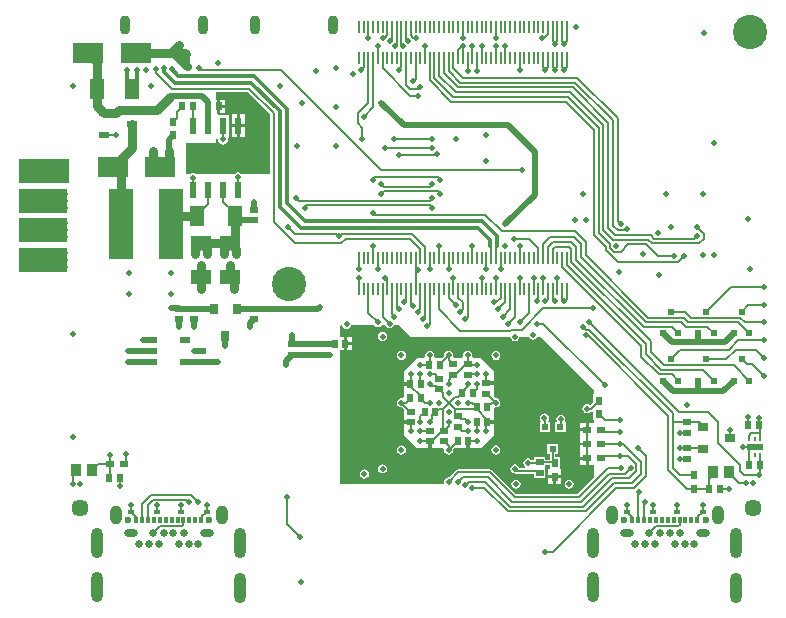
<source format=gbl>
G04*
G04 #@! TF.GenerationSoftware,Altium Limited,Altium Designer,19.0.15 (446)*
G04*
G04 Layer_Physical_Order=4*
G04 Layer_Color=16711680*
%FSAX42Y42*%
%MOMM*%
G71*
G01*
G75*
%ADD15C,0.20*%
%ADD19R,0.60X0.75*%
%ADD20R,0.75X0.60*%
%ADD21R,0.60X0.64*%
%ADD23R,0.90X1.00*%
%ADD26R,0.64X0.60*%
%ADD48R,0.65X0.95*%
%ADD108C,0.51*%
%ADD109C,0.64*%
%ADD110C,0.15*%
%ADD111C,0.38*%
%ADD113C,1.45*%
%ADD114C,0.65*%
%ADD115O,1.15X0.65*%
%ADD116C,0.60*%
%ADD117O,1.00X1.60*%
%ADD118O,1.00X2.56*%
%ADD119O,0.90X1.60*%
%ADD120C,2.90*%
%ADD121C,0.46*%
%ADD122R,0.95X0.60*%
%ADD123R,1.15X1.70*%
%ADD124R,1.80X1.30*%
%ADD125R,2.00X6.00*%
%ADD126R,0.60X1.45*%
%ADD127R,2.50X1.70*%
%ADD128R,1.30X1.80*%
%ADD129R,0.90X0.60*%
%ADD130R,0.60X0.55*%
%ADD131R,0.95X0.65*%
%ADD132R,0.50X0.30*%
%ADD133R,0.35X0.60*%
%ADD134R,0.25X0.40*%
%ADD135R,1.40X0.50*%
%ADD136R,0.20X1.14*%
%ADD137C,0.76*%
%ADD138R,4.10X2.00*%
%ADD139R,4.20X2.00*%
G36*
X001759Y-000883D02*
Y-001380D01*
X001515D01*
X001504Y-001372D01*
X001487Y-001369D01*
X001470Y-001372D01*
X001459Y-001380D01*
X001130Y-001380D01*
X001123Y-001375D01*
X001106Y-001372D01*
X001089Y-001375D01*
X001082Y-001380D01*
X001050D01*
Y-001120D01*
X001300D01*
Y-001086D01*
X001310Y-001077D01*
X001317Y-001087D01*
X001316Y-001090D01*
X001319Y-001107D01*
X001329Y-001121D01*
X001343Y-001131D01*
X001360Y-001134D01*
X001377Y-001131D01*
X001391Y-001121D01*
X001401Y-001107D01*
X001404Y-001090D01*
X001402Y-001081D01*
X001410Y-001068D01*
X001410D01*
Y-000882D01*
X001320D01*
X001311Y-000871D01*
X001310Y-000869D01*
X001311Y-000867D01*
X001311D01*
Y-000810D01*
Y-000753D01*
X001300D01*
Y-000691D01*
X001567D01*
X001759Y-000883D01*
D02*
G37*
G36*
X002638Y-002660D02*
X002643Y-002667D01*
X002655Y-002676D01*
X002670Y-002679D01*
X002685Y-002676D01*
X002697Y-002667D01*
X002702Y-002660D01*
X002733Y-002660D01*
X002734Y-002665D01*
X002743Y-002677D01*
X002755Y-002686D01*
X002770Y-002689D01*
X002785Y-002686D01*
X002797Y-002677D01*
X002806Y-002665D01*
X002807Y-002660D01*
X002850Y-002660D01*
X002950Y-002760D01*
X002991Y-002760D01*
X002998Y-002767D01*
X003000Y-002779D01*
Y-002790D01*
X003000Y-002940D01*
X002991Y-002949D01*
X002890Y-003050D01*
Y-003273D01*
X002877Y-003283D01*
X002870Y-003281D01*
X002855Y-003284D01*
X002843Y-003293D01*
X002834Y-003305D01*
X002831Y-003320D01*
X002834Y-003335D01*
X002843Y-003347D01*
X002855Y-003356D01*
X002870Y-003359D01*
X002872Y-003358D01*
X002890Y-003377D01*
Y-003590D01*
X003000Y-003700D01*
X003223D01*
X003233Y-003713D01*
X003231Y-003720D01*
X003234Y-003735D01*
X003243Y-003747D01*
X003255Y-003756D01*
X003270Y-003759D01*
X003285Y-003756D01*
X003297Y-003747D01*
X003306Y-003735D01*
X003309Y-003720D01*
X003308Y-003715D01*
X003323Y-003700D01*
X003540D01*
X003650Y-003590D01*
Y-003367D01*
X003663Y-003357D01*
X003670Y-003359D01*
X003685Y-003356D01*
X003697Y-003347D01*
X003706Y-003335D01*
X003709Y-003320D01*
X003706Y-003305D01*
X003697Y-003293D01*
X003685Y-003284D01*
X003670Y-003281D01*
X003668Y-003282D01*
X003650Y-003263D01*
Y-003050D01*
X003540Y-002940D01*
X003477D01*
X003467Y-002927D01*
X003469Y-002920D01*
X003466Y-002905D01*
X003457Y-002893D01*
X003445Y-002884D01*
X003430Y-002881D01*
X003415Y-002884D01*
X003403Y-002893D01*
X003394Y-002905D01*
X003391Y-002920D01*
X003393Y-002927D01*
X003383Y-002940D01*
X003317D01*
X003307Y-002927D01*
X003309Y-002920D01*
X003306Y-002905D01*
X003297Y-002893D01*
X003285Y-002884D01*
X003270Y-002881D01*
X003255Y-002884D01*
X003243Y-002893D01*
X003234Y-002905D01*
X003231Y-002920D01*
X003232Y-002922D01*
X003213Y-002940D01*
X003157D01*
X003147Y-002927D01*
X003149Y-002920D01*
X003146Y-002905D01*
X003137Y-002893D01*
X003125Y-002884D01*
X003110Y-002881D01*
X003095Y-002884D01*
X003083Y-002893D01*
X003074Y-002905D01*
X003071Y-002920D01*
X003073Y-002927D01*
X003063Y-002940D01*
X003000D01*
X003000Y-002779D01*
Y-002760D01*
X003791Y-002760D01*
X003794Y-002775D01*
X003803Y-002787D01*
X003815Y-002796D01*
X003830Y-002799D01*
X003845Y-002796D01*
X003857Y-002787D01*
X003866Y-002775D01*
X003869Y-002760D01*
X003950D01*
X003950Y-002761D01*
X003959Y-002773D01*
X003971Y-002782D01*
X003986Y-002785D01*
X004001Y-002782D01*
X004013Y-002773D01*
X004022Y-002761D01*
X004022Y-002760D01*
X004050D01*
X004500Y-003210D01*
Y-003250D01*
X004495D01*
Y-003311D01*
X004465Y-003341D01*
X004455Y-003334D01*
X004440Y-003331D01*
X004425Y-003334D01*
X004413Y-003343D01*
X004404Y-003355D01*
X004401Y-003370D01*
X004404Y-003385D01*
X004413Y-003397D01*
X004425Y-003406D01*
X004440Y-003409D01*
X004455Y-003406D01*
X004467Y-003397D01*
X004469Y-003396D01*
X004472D01*
X004482Y-003394D01*
X004482Y-003394D01*
X004495Y-003401D01*
Y-003470D01*
X004500D01*
Y-003495D01*
X004455D01*
Y-003550D01*
X004442D01*
Y-003563D01*
X004380D01*
Y-003605D01*
X004380D01*
Y-003614D01*
X004380D01*
Y-003657D01*
X004442D01*
Y-003682D01*
X004380D01*
Y-003725D01*
X004380D01*
Y-003735D01*
X004380D01*
Y-003777D01*
X004442D01*
Y-003790D01*
X004455D01*
Y-003845D01*
X004500D01*
Y-003953D01*
X004359Y-004094D01*
X003841D01*
X003638Y-003892D01*
X003630Y-003886D01*
X003620Y-003884D01*
X003350D01*
X003340Y-003886D01*
X003332Y-003892D01*
X003272Y-003952D01*
X003270Y-003951D01*
X003255Y-003954D01*
X003243Y-003963D01*
X003234Y-003975D01*
X003231Y-003990D01*
X003233Y-003997D01*
X003223Y-004010D01*
X002350D01*
X002350Y-002877D01*
X002381D01*
Y-002820D01*
X002394D01*
D01*
X002381D01*
Y-002763D01*
X002350D01*
X002350Y-002674D01*
X002361Y-002664D01*
X002369Y-002666D01*
X002370Y-002671D01*
X002379Y-002683D01*
X002391Y-002692D01*
X002406Y-002695D01*
X002421Y-002692D01*
X002433Y-002683D01*
X002442Y-002671D01*
X002444Y-002660D01*
X002638Y-002660D01*
D02*
G37*
%LPC*%
G36*
X001379Y-000753D02*
X001337D01*
Y-000797D01*
X001379D01*
Y-000753D01*
D02*
G37*
G36*
Y-000823D02*
X001337D01*
Y-000867D01*
X001379D01*
Y-000823D01*
D02*
G37*
G36*
X001542Y-000877D02*
X001500D01*
Y-000962D01*
X001542D01*
Y-000877D01*
D02*
G37*
G36*
X001474D02*
X001432D01*
Y-000962D01*
X001474D01*
Y-000877D01*
D02*
G37*
G36*
X001542Y-000988D02*
X001500D01*
Y-001073D01*
X001542D01*
Y-000988D01*
D02*
G37*
G36*
X001474D02*
X001432D01*
Y-001073D01*
X001474D01*
Y-000988D01*
D02*
G37*
G36*
X002710Y-002721D02*
X002695Y-002724D01*
X002683Y-002733D01*
X002674Y-002745D01*
X002671Y-002760D01*
X002674Y-002775D01*
X002683Y-002787D01*
X002695Y-002796D01*
X002710Y-002799D01*
X002725Y-002796D01*
X002737Y-002787D01*
X002746Y-002775D01*
X002749Y-002760D01*
X002746Y-002745D01*
X002737Y-002733D01*
X002725Y-002724D01*
X002710Y-002721D01*
D02*
G37*
G36*
X002449Y-002763D02*
X002407D01*
Y-002807D01*
X002449D01*
Y-002763D01*
D02*
G37*
G36*
Y-002833D02*
X002407D01*
Y-002877D01*
X002449D01*
Y-002833D01*
D02*
G37*
G36*
X003670Y-002881D02*
X003655Y-002884D01*
X003643Y-002893D01*
X003634Y-002905D01*
X003631Y-002920D01*
X003634Y-002935D01*
X003643Y-002947D01*
X003655Y-002956D01*
X003670Y-002959D01*
X003685Y-002956D01*
X003697Y-002947D01*
X003706Y-002935D01*
X003709Y-002920D01*
X003706Y-002905D01*
X003697Y-002893D01*
X003685Y-002884D01*
X003670Y-002881D01*
D02*
G37*
G36*
X002870D02*
X002855Y-002884D01*
X002843Y-002893D01*
X002834Y-002905D01*
X002831Y-002920D01*
X002834Y-002935D01*
X002843Y-002947D01*
X002855Y-002956D01*
X002870Y-002959D01*
X002885Y-002956D01*
X002897Y-002947D01*
X002906Y-002935D01*
X002909Y-002920D01*
X002906Y-002905D01*
X002897Y-002893D01*
X002885Y-002884D01*
X002870Y-002881D01*
D02*
G37*
G36*
X004430Y-003495D02*
X004380D01*
Y-003537D01*
X004430D01*
Y-003495D01*
D02*
G37*
G36*
X004220Y-003421D02*
X004205Y-003424D01*
X004193Y-003433D01*
X004184Y-003445D01*
X004181Y-003460D01*
X004184Y-003472D01*
X004177Y-003485D01*
X004170D01*
Y-003570D01*
X004260D01*
Y-003485D01*
X004260Y-003485D01*
X004256Y-003472D01*
X004259Y-003460D01*
X004256Y-003445D01*
X004247Y-003433D01*
X004235Y-003424D01*
X004220Y-003421D01*
D02*
G37*
G36*
X004080Y-003411D02*
X004065Y-003414D01*
X004053Y-003423D01*
X004044Y-003435D01*
X004041Y-003450D01*
X004044Y-003465D01*
X004049Y-003472D01*
X004042Y-003485D01*
X004040D01*
Y-003570D01*
X004130D01*
Y-003485D01*
X004113D01*
X004111Y-003472D01*
X004116Y-003465D01*
X004119Y-003450D01*
X004116Y-003435D01*
X004107Y-003423D01*
X004095Y-003414D01*
X004080Y-003411D01*
D02*
G37*
G36*
X003670Y-003681D02*
X003655Y-003684D01*
X003643Y-003693D01*
X003634Y-003705D01*
X003631Y-003720D01*
X003634Y-003735D01*
X003643Y-003747D01*
X003655Y-003756D01*
X003670Y-003759D01*
X003685Y-003756D01*
X003697Y-003747D01*
X003706Y-003735D01*
X003709Y-003720D01*
X003706Y-003705D01*
X003697Y-003693D01*
X003685Y-003684D01*
X003670Y-003681D01*
D02*
G37*
G36*
X002870D02*
X002855Y-003684D01*
X002843Y-003693D01*
X002834Y-003705D01*
X002831Y-003720D01*
X002834Y-003735D01*
X002843Y-003747D01*
X002855Y-003756D01*
X002870Y-003759D01*
X002885Y-003756D01*
X002897Y-003747D01*
X002906Y-003735D01*
X002909Y-003720D01*
X002906Y-003705D01*
X002897Y-003693D01*
X002885Y-003684D01*
X002870Y-003681D01*
D02*
G37*
G36*
X004195Y-003670D02*
X004105D01*
Y-003755D01*
X004127D01*
Y-003780D01*
X004125D01*
Y-003803D01*
X004087D01*
Y-003781D01*
X003993D01*
Y-003807D01*
X003970D01*
X003967Y-003803D01*
X003955Y-003794D01*
X003940Y-003791D01*
X003925Y-003794D01*
X003913Y-003803D01*
X003904Y-003815D01*
X003901Y-003830D01*
X003904Y-003845D01*
X003913Y-003857D01*
X003918Y-003861D01*
X003915Y-003874D01*
X003868D01*
X003866Y-003865D01*
X003857Y-003853D01*
X003845Y-003844D01*
X003830Y-003841D01*
X003815Y-003844D01*
X003803Y-003853D01*
X003794Y-003865D01*
X003791Y-003880D01*
X003794Y-003895D01*
X003803Y-003907D01*
X003815Y-003916D01*
X003830Y-003919D01*
X003832Y-003918D01*
X003840Y-003924D01*
X003850Y-003926D01*
X003993D01*
Y-003959D01*
X004087D01*
Y-003849D01*
X004125D01*
Y-003885D01*
X004115D01*
Y-003935D01*
X004170D01*
X004225D01*
Y-003885D01*
X004215D01*
Y-003780D01*
X004173D01*
Y-003755D01*
X004195D01*
Y-003670D01*
D02*
G37*
G36*
X004430Y-003803D02*
X004380D01*
Y-003845D01*
X004430D01*
Y-003803D01*
D02*
G37*
G36*
X002710Y-003841D02*
X002695Y-003844D01*
X002683Y-003853D01*
X002674Y-003865D01*
X002671Y-003880D01*
X002674Y-003895D01*
X002683Y-003907D01*
X002695Y-003916D01*
X002710Y-003919D01*
X002725Y-003916D01*
X002737Y-003907D01*
X002746Y-003895D01*
X002749Y-003880D01*
X002746Y-003865D01*
X002737Y-003853D01*
X002725Y-003844D01*
X002710Y-003841D01*
D02*
G37*
G36*
X002556Y-003885D02*
X002541Y-003888D01*
X002529Y-003897D01*
X002520Y-003909D01*
X002517Y-003924D01*
X002520Y-003939D01*
X002529Y-003951D01*
X002541Y-003960D01*
X002556Y-003963D01*
X002571Y-003960D01*
X002583Y-003951D01*
X002592Y-003939D01*
X002595Y-003924D01*
X002592Y-003909D01*
X002583Y-003897D01*
X002571Y-003888D01*
X002556Y-003885D01*
D02*
G37*
G36*
X004225Y-003960D02*
X004183D01*
Y-004010D01*
X004225D01*
Y-003960D01*
D02*
G37*
G36*
X004157D02*
X004115D01*
Y-004010D01*
X004157D01*
Y-003960D01*
D02*
G37*
G36*
X004290Y-003971D02*
X004275Y-003974D01*
X004263Y-003983D01*
X004254Y-003995D01*
X004251Y-004010D01*
X004254Y-004025D01*
X004263Y-004037D01*
X004275Y-004046D01*
X004290Y-004049D01*
X004305Y-004046D01*
X004317Y-004037D01*
X004326Y-004025D01*
X004329Y-004010D01*
X004326Y-003995D01*
X004317Y-003983D01*
X004305Y-003974D01*
X004290Y-003971D01*
D02*
G37*
G36*
X003840D02*
X003825Y-003974D01*
X003813Y-003983D01*
X003804Y-003995D01*
X003801Y-004010D01*
X003804Y-004025D01*
X003813Y-004037D01*
X003825Y-004046D01*
X003840Y-004049D01*
X003855Y-004046D01*
X003867Y-004037D01*
X003876Y-004025D01*
X003879Y-004010D01*
X003876Y-003995D01*
X003867Y-003983D01*
X003855Y-003974D01*
X003840Y-003971D01*
D02*
G37*
%LPD*%
D15*
X002990Y-002200D02*
Y-002180D01*
Y-002220D02*
Y-002200D01*
X004430Y-002750D02*
X004450D01*
X004460Y-002640D02*
X005220Y-003400D01*
X004410Y-002680D02*
X004430Y-002700D01*
X004460D02*
X005170Y-003410D01*
X004430Y-002700D02*
X004460D01*
X004450Y-002750D02*
X005130Y-003430D01*
X005220Y-003400D02*
X005470D01*
X002700Y-001350D02*
X003890D01*
X003190Y-002096D02*
Y-001990D01*
X003270Y-002190D02*
Y-002096D01*
X003110Y-002096D02*
X003110Y-002096D01*
X003110Y-002190D02*
Y-002096D01*
X002990Y-002360D02*
Y-002220D01*
X003010Y-002200D01*
X002990Y-002180D02*
Y-002096D01*
Y-002180D02*
X003010Y-002200D01*
X002990D02*
X003010D01*
X002730Y-002260D02*
X002750Y-002280D01*
Y-002360D02*
Y-002280D01*
X002870Y-000480D02*
Y-000400D01*
X002850Y-000500D02*
X002870Y-000480D01*
X002670Y-000400D02*
Y-000300D01*
X003070D02*
X003070Y-000300D01*
Y-000400D02*
Y-000300D01*
X003380Y-000300D02*
X003390D01*
X003350Y-000330D02*
X003380Y-000300D01*
X003350Y-000400D02*
Y-000330D01*
X003390Y-000400D02*
Y-000300D01*
X003470D02*
X003470Y-000300D01*
Y-000400D02*
Y-000300D01*
X003550Y-000400D02*
Y-000300D01*
X003750Y-000400D02*
Y-000300D01*
X003670Y-000400D02*
Y-000300D01*
X004250Y-000500D02*
X004270Y-000480D01*
Y-000400D01*
X004230Y-000480D02*
X004250Y-000500D01*
X004230Y-000480D02*
Y-000400D01*
X004170Y-000500D02*
X004190Y-000480D01*
Y-000400D01*
X004150Y-000480D02*
X004170Y-000500D01*
X004150Y-000480D02*
Y-000400D01*
X004250Y-000280D02*
X004270Y-000260D01*
Y-000136D01*
X004230Y-000260D02*
X004250Y-000280D01*
X004230Y-000260D02*
Y-000136D01*
X004170Y-000280D02*
X004190Y-000260D01*
Y-000136D01*
X004150Y-000260D02*
X004170Y-000280D01*
X004150Y-000260D02*
Y-000136D01*
X004060Y-000230D02*
X004080D01*
X004110Y-000200D01*
Y-000136D01*
X003670Y-000230D02*
Y-000136D01*
X003390Y-000230D02*
Y-000136D01*
X002590Y-000230D02*
X002590Y-000230D01*
Y-000136D01*
X002820Y-000300D02*
X002830Y-000290D01*
Y-000136D01*
X002870Y-000290D02*
X002880Y-000300D01*
X002870Y-000290D02*
Y-000136D01*
X002770Y-000260D02*
X002790Y-000240D01*
Y-000136D01*
X002910Y-000240D02*
X002930Y-000260D01*
X002910Y-000240D02*
Y-000136D01*
X002710Y-000230D02*
X002730D01*
X002970D02*
X002990D01*
X002730D02*
X002750Y-000210D01*
Y-000136D01*
X002950Y-000210D02*
X002970Y-000230D01*
X002950Y-000210D02*
Y-000136D01*
X003470Y-001990D02*
X003470Y-001990D01*
Y-002096D02*
Y-001990D01*
X004190Y-002360D02*
Y-002260D01*
X004070Y-002360D02*
Y-002260D01*
X003990D02*
X003990Y-002260D01*
Y-002360D02*
Y-002260D01*
X003870Y-002260D02*
X003870Y-002260D01*
Y-002360D02*
Y-002260D01*
X003670Y-002360D02*
Y-002260D01*
X003710Y-002190D02*
Y-002096D01*
X003590Y-002190D02*
X003590Y-002190D01*
Y-002096D01*
X003550Y-002360D02*
Y-002260D01*
X003310Y-002360D02*
Y-002260D01*
X002510Y-002360D02*
Y-002260D01*
X002670Y-002190D02*
Y-002096D01*
X002510Y-002190D02*
Y-002096D01*
X003950Y-002560D02*
Y-002360D01*
X003870Y-002640D02*
X003950Y-002560D01*
X003830Y-002590D02*
Y-002360D01*
X003770Y-002650D02*
X003830Y-002590D01*
X003790Y-002530D02*
Y-002360D01*
X003730Y-002590D02*
X003790Y-002530D01*
X003750Y-002470D02*
Y-002360D01*
X003690Y-002530D02*
X003750Y-002470D01*
X003710Y-002430D02*
Y-002360D01*
X003670Y-002470D02*
X003710Y-002430D01*
X003650Y-002470D02*
X003670D01*
X003430Y-002590D02*
Y-002360D01*
X003410Y-002610D02*
X003430Y-002590D01*
X003350Y-002430D02*
Y-002360D01*
Y-002430D02*
X003390Y-002470D01*
Y-002530D02*
Y-002470D01*
X003370Y-002550D02*
X003390Y-002530D01*
X003270Y-002430D02*
Y-002360D01*
Y-002430D02*
X003330Y-002490D01*
X002590Y-002560D02*
Y-002360D01*
Y-002560D02*
X002670Y-002640D01*
X002950Y-002480D02*
Y-002360D01*
X003030Y-002530D02*
Y-002360D01*
X002710Y-002590D02*
Y-002360D01*
X002830Y-002510D02*
Y-002360D01*
X003070Y-002590D02*
Y-002360D01*
X002790Y-002570D02*
Y-002360D01*
X002910Y-002450D02*
Y-002360D01*
X003110Y-002650D02*
Y-002360D01*
X002950Y-002480D02*
X002970Y-002500D01*
X002890Y-002470D02*
X002910Y-002450D01*
X002830Y-002510D02*
X002850Y-002530D01*
X002790Y-002570D02*
X002810Y-002590D01*
X002710D02*
X002770Y-002650D01*
X003010Y-002550D02*
X003030Y-002530D01*
X003050Y-002610D02*
X003070Y-002590D01*
X003090Y-002670D02*
X003110Y-002650D01*
X005130Y-003890D02*
X005288Y-004047D01*
X005350D01*
X005170Y-003870D02*
X005233Y-003933D01*
X005350D01*
X005425Y-003525D02*
X005445D01*
X005350Y-003933D02*
Y-003930D01*
Y-004047D02*
X005353Y-004050D01*
X005476D01*
X005650Y-003615D02*
Y-003550D01*
Y-003615D02*
X005655Y-003620D01*
X005386Y-003486D02*
X005425Y-003525D01*
X005290Y-003486D02*
X005386D01*
X005226Y-003706D02*
X005290D01*
X005226Y-003574D02*
X005290D01*
X005226Y-003794D02*
X005290D01*
X005416Y-003706D02*
X005425Y-003715D01*
X005290Y-003706D02*
X005416D01*
X005564Y-004050D02*
X005640D01*
X005806Y-003510D02*
Y-003444D01*
Y-003510D02*
X005810Y-003506D01*
X005894Y-003510D02*
Y-003446D01*
X005900Y-003930D02*
X005904Y-003926D01*
Y-003850D01*
X005765Y-003695D02*
X005860D01*
X005832Y-003578D02*
X005910D01*
X005810Y-003600D02*
X005832Y-003578D01*
X005810Y-003630D02*
Y-003600D01*
X005910Y-003578D02*
Y-003526D01*
Y-003630D02*
Y-003578D01*
X005894Y-003510D02*
X005910Y-003526D01*
X005810Y-003760D02*
Y-003700D01*
Y-003844D02*
Y-003760D01*
Y-003844D02*
X005816Y-003850D01*
X005904D02*
X005910Y-003844D01*
Y-003760D01*
X000400Y-003838D02*
X000403Y-003840D01*
X000400Y-003838D02*
Y-003760D01*
X000484Y-004024D02*
Y-003960D01*
X000396D02*
X000403Y-003953D01*
Y-003840D01*
X000297D02*
X000403D01*
X000247Y-003890D02*
X000297Y-003840D01*
X000090Y-003912D02*
X000112Y-003890D01*
X000090Y-004010D02*
Y-003912D01*
X004220Y-003522D02*
Y-003460D01*
X004215Y-003528D02*
X004220Y-003522D01*
X004080Y-003450D02*
X004085Y-003455D01*
Y-003528D02*
Y-003455D01*
X003590Y-003560D02*
Y-003484D01*
X003594Y-003480D01*
X003506Y-003376D02*
X003594Y-003464D01*
X003506Y-003376D02*
X003506Y-003376D01*
X003506Y-003360D02*
X003506Y-003360D01*
X003496Y-003370D02*
X003506Y-003360D01*
X003506Y-003376D02*
Y-003360D01*
Y-003376D02*
Y-003376D01*
X003506Y-003360D02*
Y-003360D01*
Y-003376D02*
Y-003360D01*
X003594Y-003480D02*
Y-003464D01*
X004870Y-003700D02*
X004940Y-003770D01*
Y-003940D02*
Y-003770D01*
X004840Y-004040D02*
X004940Y-003940D01*
X004690Y-004040D02*
X004840D01*
X004150Y-004580D02*
X004690Y-004040D01*
X004090Y-004580D02*
X004150D01*
X004430Y-004240D02*
X004670Y-004000D01*
X003770Y-004240D02*
X004430D01*
X003570Y-004040D02*
X003770Y-004240D01*
X004410Y-004200D02*
X004650Y-003960D01*
X003790Y-004200D02*
X004410D01*
X003580Y-003990D02*
X003790Y-004200D01*
X004390Y-004160D02*
X004630Y-003920D01*
X003810Y-004160D02*
X004390D01*
X003600Y-003950D02*
X003810Y-004160D01*
X004370Y-004120D02*
X004620Y-003870D01*
X003830Y-004120D02*
X004370D01*
X003620Y-003910D02*
X003830Y-004120D01*
X004670Y-004000D02*
X004820D01*
X004650Y-003960D02*
X004800D01*
X004630Y-003920D02*
X004760D01*
X004720Y-003670D02*
X004750D01*
X004900Y-003820D01*
Y-003920D02*
Y-003820D01*
X004820Y-004000D02*
X004900Y-003920D01*
X004720Y-003770D02*
X004790D01*
X004860Y-003840D01*
Y-003900D02*
Y-003840D01*
X004800Y-003960D02*
X004860Y-003900D01*
X004760Y-003920D02*
X004810Y-003870D01*
X004620D02*
X004730D01*
X004558Y-003790D02*
X004578Y-003770D01*
X004720D01*
X004558Y-003670D02*
X004558Y-003670D01*
X004720D01*
X004558Y-003550D02*
X004578Y-003570D01*
X004720D01*
X004540Y-003417D02*
X004592Y-003470D01*
X004720D01*
X004440Y-003370D02*
X004472D01*
X004540Y-003303D01*
X004442Y-003790D02*
Y-003670D01*
Y-003550D01*
X003830Y-003880D02*
X003850Y-003900D01*
X004026D01*
X004040Y-003914D01*
X003434Y-003000D02*
X003510D01*
X003430Y-002996D02*
X003434Y-003000D01*
X003030D02*
X003106D01*
X002950Y-003156D02*
Y-003080D01*
X002946Y-003160D02*
X002950Y-003156D01*
X003590Y-003156D02*
Y-003080D01*
X003434Y-003640D02*
X003510D01*
X003030D02*
X003106D01*
X003110Y-003644D01*
X002950Y-003560D02*
Y-003484D01*
X003074Y-003320D02*
X003110D01*
X003034Y-003280D02*
X003074Y-003320D01*
X003270Y-003124D02*
X003310Y-003084D01*
X003270Y-003160D02*
Y-003124D01*
X003430Y-003320D02*
X003466D01*
X003506Y-003360D01*
X003270Y-003516D02*
Y-003480D01*
X003230Y-003556D02*
X003270Y-003516D01*
X003110Y-003480D02*
X003130Y-003460D01*
Y-003424D01*
X003154Y-003400D01*
X003410Y-003460D02*
X003430Y-003480D01*
X003374Y-003460D02*
X003410D01*
X003350Y-003436D02*
X003374Y-003460D01*
X003110Y-003160D02*
X003130Y-003180D01*
X003166D01*
X003430Y-003180D02*
Y-003160D01*
X003410Y-003200D02*
X003430Y-003180D01*
X003410Y-003216D02*
Y-003200D01*
X003386Y-003240D02*
X003410Y-003216D01*
X003030Y-003156D02*
Y-003080D01*
Y-003156D02*
X003034Y-003160D01*
X003434Y-003080D02*
X003510D01*
X003430Y-003084D02*
X003434Y-003080D01*
X003510Y-003560D02*
Y-003484D01*
X003506Y-003480D02*
X003510Y-003484D01*
X003030Y-003560D02*
X003106D01*
X003110Y-003556D01*
X003030Y-003436D02*
X003066Y-003400D01*
X003030Y-003480D02*
Y-003436D01*
X003154Y-003080D02*
X003190Y-003116D01*
X003110Y-003080D02*
X003154D01*
X003474Y-003240D02*
X003510Y-003204D01*
Y-003160D01*
X003350Y-003524D02*
X003386Y-003560D01*
X003430D01*
X003270Y-003720D02*
Y-003716D01*
X003346Y-003640D01*
X003230Y-003644D02*
X003270Y-003684D01*
Y-003716D02*
Y-003684D01*
X003590Y-003244D02*
X003594D01*
X003670Y-003320D01*
X003594Y-003360D02*
X003634Y-003320D01*
X003670D01*
X003194Y-003000D02*
Y-002996D01*
X003270Y-002920D01*
Y-002956D02*
X003310Y-002996D01*
X003270Y-002956D02*
Y-002920D01*
X002946Y-003396D02*
X002950D01*
X002870Y-003320D02*
X002946Y-003396D01*
X002906Y-003320D02*
X002946Y-003280D01*
X002870Y-003320D02*
X002906D01*
X003350Y-003436D02*
Y-003430D01*
X003220Y-003270D02*
Y-003234D01*
Y-003270D02*
X003270Y-003320D01*
X003380Y-003240D02*
X003386D01*
X003350Y-003270D02*
X003380Y-003240D01*
X003320Y-003270D02*
X003350D01*
X003270Y-003320D02*
X003320Y-003270D01*
X003320Y-003406D02*
X003350Y-003436D01*
X003320Y-003406D02*
Y-003370D01*
X003270Y-003320D02*
X003320Y-003370D01*
X003154Y-003400D02*
X003160D01*
X003190Y-003370D01*
X003220D01*
X003270Y-003320D01*
X003320Y-003370D02*
X003496D01*
X003220Y-003546D02*
Y-003370D01*
Y-003546D02*
X003230Y-003556D01*
X003214D02*
X003230D01*
X003126Y-003644D02*
X003214Y-003556D01*
X003110Y-003644D02*
X003126D01*
X003326Y-003084D02*
X003414Y-002996D01*
X003310Y-003084D02*
X003326D01*
X002946Y-003176D02*
Y-003160D01*
Y-003176D02*
X003034Y-003264D01*
Y-003280D02*
Y-003264D01*
X004780Y-004241D02*
Y-004190D01*
X005000Y-004241D02*
Y-004190D01*
X005200Y-004241D02*
Y-004190D01*
X005420Y-004241D02*
Y-004190D01*
X005375Y-004310D02*
Y-004286D01*
X005420Y-004241D01*
X004825Y-004310D02*
Y-004286D01*
X004780Y-004241D02*
X004825Y-004286D01*
X004925Y-004165D02*
X004930Y-004160D01*
X004925Y-004310D02*
Y-004165D01*
X004875Y-004085D02*
X004880Y-004080D01*
X004875Y-004310D02*
Y-004085D01*
X005225Y-004355D02*
Y-004310D01*
X005215Y-004365D02*
X005225Y-004355D01*
X005029Y-004365D02*
X005215D01*
X004970Y-004424D02*
X005029Y-004365D01*
X000580Y-004241D02*
Y-004190D01*
X000800Y-004241D02*
Y-004190D01*
X001000Y-004241D02*
Y-004190D01*
X001220Y-004241D02*
Y-004190D01*
X000625Y-004310D02*
Y-004286D01*
X000580Y-004241D02*
X000625Y-004286D01*
X001175Y-004310D02*
Y-004286D01*
X001220Y-004241D01*
X001025Y-004355D02*
Y-004310D01*
X001015Y-004365D02*
X001025Y-004355D01*
X000829Y-004365D02*
X001015D01*
X000770Y-004424D02*
X000829Y-004365D01*
X000725Y-004310D02*
Y-004185D01*
X000770Y-004140D01*
X001050D01*
X001070Y-004160D01*
X000675Y-004310D02*
Y-004178D01*
X000753Y-004099D01*
X001089D02*
X001150Y-004160D01*
X003470Y-004040D02*
X003570D01*
X003410Y-004020D02*
X003440Y-003990D01*
X003580D01*
X003350D02*
X003390Y-003950D01*
X003600D01*
X003270Y-003990D02*
X003350Y-003910D01*
X003620D01*
X003106Y-003000D02*
X003110Y-002996D01*
Y-002920D01*
X003430Y-002996D02*
Y-002920D01*
X003430Y-002920D01*
X003414Y-002996D02*
X003430D01*
X003430D01*
X002630Y-000820D02*
Y-000400D01*
X002550Y-000900D02*
X002630Y-000820D01*
X002590Y-000780D02*
Y-000400D01*
X003670Y-002000D02*
X003680Y-001990D01*
X003670Y-002096D02*
Y-002000D01*
X003620Y-001990D02*
X003630Y-002000D01*
Y-002096D02*
Y-002000D01*
X001580Y-000660D02*
X001790Y-000870D01*
X000795Y-000525D02*
Y-000495D01*
Y-000525D02*
X000930Y-000660D01*
X001580D01*
X001106Y-000975D02*
Y-000812D01*
X001104Y-000810D02*
X001106Y-000812D01*
X000970Y-000856D02*
X001016Y-000810D01*
X000970Y-000912D02*
Y-000856D01*
X000940Y-000943D02*
X000970Y-000912D01*
X000355Y-001055D02*
X000445D01*
X000450Y-001050D01*
X001360Y-001090D02*
Y-000975D01*
X001360Y-000975D02*
X001360Y-000975D01*
X001360Y-001620D02*
Y-001520D01*
Y-001620D02*
X001457Y-001717D01*
Y-001740D02*
Y-001717D01*
X001233Y-001637D02*
Y-001520D01*
X001143Y-001727D02*
X001233Y-001637D01*
X001143Y-001740D02*
Y-001727D01*
X001487Y-001520D02*
Y-001413D01*
X001106Y-001520D02*
Y-001416D01*
X001160Y-000490D02*
X001170Y-000500D01*
X000753Y-004099D02*
X001089D01*
X001900Y-004350D02*
X002010Y-004460D01*
X001900Y-004350D02*
Y-004120D01*
X005370Y-001833D02*
X005430Y-001892D01*
X003430Y-000510D02*
Y-000400D01*
X003510Y-000510D02*
Y-000400D01*
X003870Y-000500D02*
Y-000400D01*
X004070Y-000480D02*
Y-000400D01*
Y-000480D02*
X004090Y-000500D01*
X004110Y-000480D02*
Y-000400D01*
X004090Y-000500D02*
X004110Y-000480D01*
X003310Y-000490D02*
Y-000400D01*
Y-000490D02*
X003390Y-000570D01*
X003270Y-000510D02*
Y-000400D01*
X003230Y-000530D02*
Y-000400D01*
X003190Y-000550D02*
Y-000400D01*
X003150Y-000570D02*
Y-000400D01*
X003110Y-000590D02*
Y-000400D01*
X003270Y-000510D02*
X003370Y-000610D01*
X003230Y-000530D02*
X003350Y-000650D01*
X003190Y-000550D02*
X003330Y-000690D01*
X003150Y-000570D02*
X003310Y-000730D01*
X003110Y-000590D02*
X003290Y-000770D01*
X003390Y-000570D02*
X004360D01*
X003370Y-000610D02*
X004340D01*
X003350Y-000650D02*
X004320D01*
X003330Y-000690D02*
X004300D01*
X003310Y-000730D02*
X004280D01*
X003290Y-000770D02*
X004260D01*
X002540Y-001090D02*
Y-000990D01*
X002500Y-000950D02*
Y-000870D01*
X002590Y-000780D01*
X002500Y-000950D02*
X002540Y-000990D01*
X001170Y-000500D02*
X001850D01*
X002700Y-001350D01*
X002990Y-000580D02*
Y-000400D01*
X002970Y-000600D02*
X002990Y-000580D01*
X002910Y-000630D02*
Y-000400D01*
Y-000630D02*
X002940Y-000660D01*
X003020D01*
X002710Y-000490D02*
Y-000400D01*
Y-000490D02*
X002940Y-000720D01*
X003010D01*
X003020Y-000660D02*
X003030Y-000650D01*
X003190Y-002530D02*
Y-002360D01*
Y-002530D02*
X003370Y-002710D01*
X003790D01*
X003800Y-002700D01*
X003890D01*
X005720Y-002790D02*
X005940D01*
X005640Y-002870D02*
X005720Y-002790D01*
X005228Y-002870D02*
X005640D01*
X005150Y-002948D02*
X005228Y-002870D01*
X005870D02*
X005940Y-002940D01*
X005700Y-002870D02*
X005870D01*
X005622Y-002948D02*
X005700Y-002870D01*
X005450Y-002948D02*
X005622D01*
X005840Y-002990D02*
X005940Y-003090D01*
X005792Y-002990D02*
X005840D01*
X005750Y-002948D02*
X005792Y-002990D01*
X004270Y-002150D02*
Y-002096D01*
Y-002150D02*
X004940Y-002820D01*
Y-002910D02*
Y-002820D01*
Y-002910D02*
X005070Y-003040D01*
X005422D01*
X005515Y-003133D01*
X004230Y-002170D02*
Y-002096D01*
Y-002170D02*
X004900Y-002840D01*
Y-002930D02*
Y-002840D01*
Y-002930D02*
X005050Y-003080D01*
X005162D01*
X005215Y-003133D01*
X004150Y-002096D02*
Y-002020D01*
X004170Y-002000D01*
X004290D01*
X004310Y-002020D01*
Y-002130D02*
Y-002020D01*
Y-002130D02*
X004980Y-002800D01*
Y-002890D02*
Y-002800D01*
Y-002890D02*
X005090Y-003000D01*
X005683D01*
X005815Y-003133D01*
X005808Y-002490D02*
X005940D01*
X005750Y-002548D02*
X005808Y-002490D01*
X004110Y-002096D02*
Y-002000D01*
X004150Y-001960D01*
X004310D01*
X004350Y-002000D01*
Y-002110D02*
Y-002000D01*
X004070Y-002096D02*
Y-001980D01*
X004130Y-001920D01*
X004330D01*
X004390Y-001980D01*
Y-002090D02*
Y-001980D01*
Y-002090D02*
X004940Y-002640D01*
X004350Y-002110D02*
X004920Y-002680D01*
X005162D01*
X005215Y-002733D01*
X005278Y-002677D02*
X005460D01*
X005240Y-002640D02*
X005278Y-002677D01*
X005460D02*
X005515Y-002733D01*
X004940Y-002640D02*
X005240D01*
X005722D02*
X005815Y-002733D01*
X005300Y-002640D02*
X005722D01*
X005260Y-002600D02*
X005300Y-002640D01*
X004960Y-002600D02*
X005260D01*
X004430Y-002070D02*
X004960Y-002600D01*
X004430Y-002070D02*
Y-001960D01*
X005780Y-002640D02*
X005940D01*
X005740Y-002600D02*
X005780Y-002640D01*
X005320Y-002600D02*
X005740D01*
X005267Y-002548D02*
X005320Y-002600D01*
X005150Y-002548D02*
X005267D01*
X005658Y-002340D02*
X005940D01*
X005450Y-002548D02*
X005658Y-002340D01*
X004230Y-002440D02*
Y-002360D01*
Y-002440D02*
X004250Y-002460D01*
X004270Y-002440D02*
Y-002360D01*
X004250Y-002460D02*
X004270Y-002440D01*
X004150Y-002440D02*
Y-002360D01*
Y-002440D02*
X004170Y-002460D01*
X004110Y-002440D02*
Y-002360D01*
X004090Y-002460D02*
X004110Y-002440D01*
X004030Y-002450D02*
Y-002360D01*
X004020Y-002460D02*
X004030Y-002450D01*
X005350Y-001930D02*
X005370Y-001910D01*
X005390Y-001970D02*
X005430Y-001930D01*
Y-001892D01*
X004360Y-000570D02*
X004700Y-000910D01*
X004340Y-000610D02*
X004660Y-000930D01*
X004320Y-000650D02*
X004620Y-000950D01*
X004300Y-000690D02*
X004580Y-000970D01*
X004280Y-000730D02*
X004540Y-000990D01*
X004260Y-000770D02*
X004500Y-001010D01*
X004700Y-001780D02*
Y-000910D01*
Y-001780D02*
X004730Y-001810D01*
X004660Y-001820D02*
Y-000930D01*
X004620Y-001840D02*
Y-000950D01*
X004700Y-001860D02*
X004770D01*
X004780Y-001850D01*
X004660Y-001820D02*
X004700Y-001860D01*
X004680Y-001900D02*
X004980D01*
X005010Y-001930D01*
X004620Y-001840D02*
X004680Y-001900D01*
X005010Y-001930D02*
X005350D01*
X004580Y-001860D02*
X004660Y-001940D01*
X004960D01*
X004990Y-001970D01*
X004580Y-001860D02*
Y-000970D01*
X004990Y-001970D02*
X005390D01*
X004540Y-001880D02*
X004640Y-001980D01*
Y-002010D02*
Y-001980D01*
Y-002010D02*
X004670Y-002040D01*
X004730D01*
X004790Y-001980D01*
X004940D01*
X005040Y-002080D01*
X005180D01*
X004540Y-001880D02*
Y-000990D01*
X004500Y-001900D02*
X004600Y-002000D01*
Y-002030D02*
Y-002000D01*
Y-002030D02*
X004700Y-002130D01*
X005210D01*
X004500Y-001900D02*
Y-001010D01*
X005210Y-002130D02*
X005260Y-002080D01*
X002630Y-002096D02*
Y-001990D01*
X003030Y-002096D02*
Y-002020D01*
X002940Y-001930D02*
X003030Y-002020D01*
X002962Y-001890D02*
X003070Y-001998D01*
Y-002096D02*
Y-001998D01*
X002630Y-001710D02*
X002650Y-001730D01*
X003580D01*
X003870Y-002096D02*
Y-001990D01*
X003870Y-001990D02*
X003870Y-001990D01*
X004030Y-002096D02*
Y-002010D01*
X004070Y-002650D02*
X004590Y-003170D01*
X004020Y-002650D02*
X004070D01*
X005667Y-003938D02*
X005731Y-004001D01*
X005791D01*
X005667Y-003938D02*
Y-003910D01*
X005476Y-004050D02*
Y-003967D01*
X005770Y-003930D02*
X005900D01*
X005740Y-003900D02*
X005770Y-003930D01*
X005740Y-003900D02*
Y-003850D01*
X005550Y-003660D02*
X005740Y-003850D01*
X005550Y-003660D02*
Y-003480D01*
X005470Y-003400D02*
X005550Y-003480D01*
X003890Y-002700D02*
X004070Y-002520D01*
X004490D01*
X005130Y-003890D02*
Y-003430D01*
X003950Y-001930D02*
X004030Y-002010D01*
X003820Y-001930D02*
X003950D01*
X003580Y-001730D02*
X003720Y-001870D01*
X004340D01*
X004430Y-001960D01*
X002730Y-001160D02*
X003130D01*
X002810Y-001090D02*
X003130D01*
X002850Y-001220D02*
X003170D01*
X003174Y-001216D01*
X002550Y-000480D02*
Y-000400D01*
X002530Y-000500D02*
X002550Y-000480D01*
X005174Y-003486D02*
X005290D01*
X005170Y-003490D02*
X005174Y-003486D01*
X005170Y-003870D02*
Y-003490D01*
Y-003410D01*
X003110Y-001650D02*
X003130Y-001670D01*
X003110Y-001610D02*
X003130Y-001590D01*
X002340Y-001910D02*
X002360Y-001890D01*
X002962D01*
X002360Y-001970D02*
X002400Y-001930D01*
X002940D01*
X001980Y-001590D02*
X002000Y-001610D01*
X003110D01*
X002050Y-001670D02*
X002070Y-001650D01*
X003110D01*
X003180Y-001530D02*
X003200Y-001550D01*
X002720Y-001530D02*
X003180D01*
X003110Y-001490D02*
X003130Y-001470D01*
X002720Y-001490D02*
X003110D01*
X003180Y-001410D02*
X003200Y-001430D01*
X002700Y-001550D02*
X002720Y-001530D01*
X000540Y-003817D02*
Y-003750D01*
X000518Y-003840D02*
X000540Y-003817D01*
X002700Y-001470D02*
X002720Y-001490D01*
X002650Y-001410D02*
X003180D01*
X002630Y-001430D02*
X002650Y-001410D01*
X001790Y-001790D02*
Y-000870D01*
Y-001790D02*
X001970Y-001970D01*
X002360D01*
X002320Y-001890D02*
X002340Y-001910D01*
X001970Y-001890D02*
X002320D01*
X001910Y-001830D02*
X001970Y-001890D01*
X005476Y-003967D02*
X005533Y-003910D01*
X003166Y-003180D02*
X003220Y-003234D01*
D19*
X000940Y-000943D02*
D03*
Y-001057D02*
D03*
X004540Y-003303D02*
D03*
Y-003417D02*
D03*
X004170Y-003833D02*
D03*
Y-003947D02*
D03*
X005350Y-004047D02*
D03*
Y-003933D02*
D03*
D20*
X004558Y-003550D02*
D03*
X004442D02*
D03*
X004558Y-003670D02*
D03*
X004442D02*
D03*
Y-003790D02*
D03*
X004558D02*
D03*
X000403Y-003840D02*
D03*
X000518D02*
D03*
D21*
X001324Y-000810D02*
D03*
X001236D02*
D03*
X001016D02*
D03*
X001104D02*
D03*
X003034Y-003160D02*
D03*
X002946D02*
D03*
X003194Y-003000D02*
D03*
X003106D02*
D03*
X003346Y-003640D02*
D03*
X003434D02*
D03*
X002306Y-002820D02*
D03*
X002394D02*
D03*
X005476Y-004050D02*
D03*
X005564D02*
D03*
X000396Y-003960D02*
D03*
X000484D02*
D03*
X003506Y-003360D02*
D03*
X003594D02*
D03*
X003034Y-003280D02*
D03*
X002946D02*
D03*
X003594Y-003480D02*
D03*
X003506D02*
D03*
X003154Y-003400D02*
D03*
X003066D02*
D03*
X003474Y-003240D02*
D03*
X003386D02*
D03*
X005894Y-003510D02*
D03*
X005806D02*
D03*
X005904Y-003850D02*
D03*
X005816D02*
D03*
D23*
X000247Y-003890D02*
D03*
X000112D02*
D03*
X005512Y-003910D02*
D03*
X005647D02*
D03*
D26*
X000620Y-002974D02*
D03*
Y-002886D02*
D03*
X001180Y-002974D02*
D03*
Y-002886D02*
D03*
X001110Y-002614D02*
D03*
Y-002526D02*
D03*
X000990Y-002614D02*
D03*
Y-002526D02*
D03*
X001620Y-002526D02*
D03*
Y-002614D02*
D03*
X001620Y-001686D02*
D03*
Y-001774D02*
D03*
X002950Y-003396D02*
D03*
Y-003484D02*
D03*
X003430Y-003084D02*
D03*
Y-002996D02*
D03*
X003110Y-003556D02*
D03*
Y-003644D02*
D03*
X005290Y-003574D02*
D03*
Y-003486D02*
D03*
Y-003794D02*
D03*
Y-003706D02*
D03*
X004040Y-003914D02*
D03*
Y-003826D02*
D03*
X003590Y-003156D02*
D03*
Y-003244D02*
D03*
X003230Y-003556D02*
D03*
Y-003644D02*
D03*
X003310Y-003084D02*
D03*
Y-002996D02*
D03*
X003350Y-003436D02*
D03*
Y-003524D02*
D03*
X003190Y-003204D02*
D03*
Y-003116D02*
D03*
X002180Y-002826D02*
D03*
Y-002914D02*
D03*
X002060Y-002914D02*
D03*
Y-002826D02*
D03*
X001940Y-002914D02*
D03*
Y-002826D02*
D03*
D48*
X001285Y-002525D02*
D03*
X001475D02*
D03*
X001380Y-002755D02*
D03*
D108*
X000984Y-002520D02*
X000990Y-002526D01*
X000920Y-002520D02*
X000984D01*
X001116Y-002886D02*
X001180D01*
X001254Y-002974D02*
X001316D01*
X001180D02*
X001254D01*
X001179Y-002975D02*
X001180Y-002974D01*
X001037Y-002975D02*
X001179D01*
X000685Y-002785D02*
X000762D01*
X000556Y-002974D02*
X000620D01*
X000621Y-002975D01*
X000762D01*
X000554Y-002886D02*
X000620D01*
X000626Y-002880D02*
X000762D01*
X000620Y-002886D02*
X000626Y-002880D01*
X001590Y-002680D02*
Y-002644D01*
X001620Y-002614D01*
X001380Y-002840D02*
Y-002755D01*
X000990Y-002680D02*
Y-002614D01*
X001110Y-002680D02*
Y-002614D01*
X000990Y-002526D02*
X001110D01*
X001111Y-002525D01*
X001285D01*
X001475D02*
X001476Y-002526D01*
X001620D01*
X002160Y-002530D02*
X002180Y-002510D01*
X001720Y-002530D02*
X002160D01*
X001620Y-002526D02*
X001716D01*
X001720Y-002530D01*
X002890Y-000970D02*
X003600D01*
X002700Y-000780D02*
X002890Y-000970D01*
X003750Y-001810D02*
X004000Y-001560D01*
Y-001200D01*
X003770Y-000970D02*
X004000Y-001200D01*
X003600Y-000970D02*
X003770D01*
X002060Y-002914D02*
X002180D01*
X002060Y-002914D02*
X002060Y-002914D01*
X001940Y-002914D02*
X002060D01*
X001940Y-002914D02*
X001940Y-002914D01*
X001890Y-002964D02*
X001940Y-002914D01*
X001890Y-003000D02*
Y-002964D01*
X001940Y-002826D02*
X002060D01*
X002060Y-002826D01*
X002180D01*
X002180Y-002826D01*
X002300D01*
X002306Y-002820D01*
X001940Y-002826D02*
Y-002750D01*
X002180Y-002914D02*
X002264D01*
X000900Y-001098D02*
X000940Y-001057D01*
X000900Y-001190D02*
Y-001098D01*
X000910Y-000730D02*
X000920Y-000720D01*
X001180D01*
X001236Y-000776D01*
Y-000810D02*
Y-000776D01*
X001233Y-000813D02*
X001236Y-000810D01*
X001233Y-000975D02*
Y-000813D01*
X001491Y-001774D02*
X001620D01*
X001457Y-001740D02*
X001491Y-001774D01*
X001620Y-001686D02*
Y-001620D01*
X005608Y-002810D02*
X005685Y-002733D01*
X005385Y-002805D02*
Y-002733D01*
Y-002805D02*
X005390Y-002810D01*
X005608D01*
X005085Y-002733D02*
X005162Y-002810D01*
X005320D02*
X005390D01*
X005162D02*
X005320D01*
X005597Y-003220D02*
X005685Y-003133D01*
X005085D02*
X005172Y-003220D01*
X005385D02*
Y-003133D01*
X005172Y-003220D02*
X005385D01*
X005597D01*
D109*
X001050Y-000470D02*
X001060Y-000480D01*
X001050Y-000470D02*
Y-000370D01*
X000940Y-000360D02*
X001050Y-000470D01*
D110*
X004163Y-003826D02*
X004170Y-003833D01*
X004150Y-003812D02*
X004163Y-003826D01*
X004150Y-003812D02*
Y-003712D01*
X004040Y-003826D02*
X004163D01*
X004036Y-003830D02*
X004040Y-003826D01*
X003940Y-003830D02*
X004036D01*
D111*
X003594Y-003480D02*
X003680D01*
X003590Y-003156D02*
X003684D01*
X003110Y-003750D02*
Y-003644D01*
X003434Y-003734D02*
Y-003640D01*
X002860Y-003160D02*
X002946D01*
X002856Y-003484D02*
X002950D01*
X001620Y-000550D02*
X001900Y-000830D01*
X000925Y-000495D02*
X000980Y-000550D01*
X001620D01*
X001600Y-000610D02*
X001840Y-000850D01*
X000860Y-000520D02*
Y-000490D01*
Y-000520D02*
X000950Y-000610D01*
X001600D01*
X000550Y-000625D02*
X000585Y-000660D01*
X000550Y-000625D02*
Y-000500D01*
X000585Y-000660D02*
X000630Y-000615D01*
Y-000500D01*
X003620Y-001990D02*
Y-001940D01*
X003680Y-001990D02*
Y-001910D01*
X003520Y-001840D02*
X003620Y-001940D01*
X003550Y-001780D02*
X003680Y-001910D01*
X001840Y-001660D02*
Y-000850D01*
Y-001660D02*
X002020Y-001840D01*
X003520D01*
X001900Y-001630D02*
Y-000830D01*
Y-001630D02*
X002050Y-001780D01*
X003550D01*
D113*
X000150Y-004210D02*
D03*
X005851Y-004208D02*
D03*
D114*
X000730Y-004514D02*
D03*
X000650D02*
D03*
X000815D02*
D03*
X000860Y-004424D02*
D03*
X000770D02*
D03*
X001030D02*
D03*
X000940D02*
D03*
X000985Y-004514D02*
D03*
X001150D02*
D03*
X001070D02*
D03*
X005270D02*
D03*
X005350D02*
D03*
X005185D02*
D03*
X005140Y-004424D02*
D03*
X005230D02*
D03*
X004970D02*
D03*
X005060D02*
D03*
X005015Y-004514D02*
D03*
X004850D02*
D03*
X004930D02*
D03*
D115*
X001220Y-004424D02*
D03*
X000580D02*
D03*
X004780D02*
D03*
X005420D02*
D03*
D116*
X000555Y-004310D02*
D03*
X001245D02*
D03*
X005445D02*
D03*
X004755D02*
D03*
D117*
X000453Y-004270D02*
D03*
X001348D02*
D03*
X005547D02*
D03*
X004652D02*
D03*
D118*
X001507Y-004504D02*
D03*
X000292D02*
D03*
X001507Y-004890D02*
D03*
X000292Y-004880D02*
D03*
X004492D02*
D03*
X005707Y-004890D02*
D03*
X004492Y-004504D02*
D03*
X005707D02*
D03*
D119*
X000530Y-000123D02*
D03*
X001190D02*
D03*
X002290Y-000125D02*
D03*
X001630D02*
D03*
D120*
X001921Y-002317D02*
D03*
X005823Y-000181D02*
D03*
D121*
X000920Y-002520D02*
D03*
X-000340Y-002050D02*
D03*
Y-002170D02*
D03*
X-000280Y-002110D02*
D03*
X-000220Y-002050D02*
D03*
Y-002170D02*
D03*
X-000160Y-002110D02*
D03*
X-000100Y-002050D02*
D03*
Y-002170D02*
D03*
X-000040Y-002110D02*
D03*
X000020Y-002170D02*
D03*
Y-002050D02*
D03*
Y-002110D02*
D03*
X-000100D02*
D03*
X-000220D02*
D03*
X-000340D02*
D03*
X-000040Y-002050D02*
D03*
X-000160D02*
D03*
X-000280D02*
D03*
X-000040Y-002170D02*
D03*
X-000160D02*
D03*
X-000280D02*
D03*
X-000340Y-001550D02*
D03*
Y-001670D02*
D03*
X-000280Y-001610D02*
D03*
X-000220Y-001550D02*
D03*
Y-001670D02*
D03*
X-000160Y-001610D02*
D03*
X-000100Y-001550D02*
D03*
Y-001670D02*
D03*
X-000040Y-001610D02*
D03*
X000020Y-001670D02*
D03*
Y-001550D02*
D03*
Y-001610D02*
D03*
X-000100D02*
D03*
X-000220D02*
D03*
X-000340D02*
D03*
X-000040Y-001550D02*
D03*
X-000160D02*
D03*
X-000280D02*
D03*
X-000040Y-001670D02*
D03*
X-000160D02*
D03*
X-000280D02*
D03*
X-000340Y-001860D02*
D03*
X-000220D02*
D03*
X-000100D02*
D03*
X000020D02*
D03*
X-000280Y-001920D02*
D03*
X-000160D02*
D03*
X-000040D02*
D03*
X-000280Y-001800D02*
D03*
X-000160D02*
D03*
X-000040D02*
D03*
X-000280Y-001420D02*
D03*
X-000160D02*
D03*
X-000040D02*
D03*
X-000280Y-001300D02*
D03*
X-000160D02*
D03*
X-000040D02*
D03*
X-000340Y-001360D02*
D03*
X-000220D02*
D03*
X-000100D02*
D03*
X000020D02*
D03*
X001116Y-002886D02*
D03*
X001316Y-002974D02*
D03*
X001254D02*
D03*
X000685Y-002785D02*
D03*
X000556Y-002974D02*
D03*
X000554Y-002886D02*
D03*
X001590Y-002680D02*
D03*
X001380Y-002840D02*
D03*
X000990Y-002680D02*
D03*
X001110D02*
D03*
X002180Y-002510D02*
D03*
X001720Y-002530D02*
D03*
X002700Y-000780D02*
D03*
X004710Y-002210D02*
D03*
X004430Y-002750D02*
D03*
X004460Y-002640D02*
D03*
X004410Y-002680D02*
D03*
X003750Y-001990D02*
D03*
Y-001810D02*
D03*
X003890Y-001350D02*
D03*
X005805Y-001765D02*
D03*
X005370Y-001833D02*
D03*
Y-001910D02*
D03*
X005260Y-002080D02*
D03*
X005180D02*
D03*
X004912Y-002058D02*
D03*
X005040Y-001880D02*
D03*
X005514Y-002066D02*
D03*
X005426Y-002066D02*
D03*
X003190Y-001990D02*
D03*
X003270Y-002190D02*
D03*
X003110D02*
D03*
X003010Y-002200D02*
D03*
X002730Y-002260D02*
D03*
X005425Y-001555D02*
D03*
X004405D02*
D03*
X005110Y-001550D02*
D03*
X005153Y-001833D02*
D03*
X002850Y-000500D02*
D03*
X002670Y-000300D02*
D03*
X003070D02*
D03*
X003390D02*
D03*
X003470D02*
D03*
X003550D02*
D03*
X003750D02*
D03*
X003670D02*
D03*
X004250Y-000500D02*
D03*
X004170D02*
D03*
X004250Y-000280D02*
D03*
X004170D02*
D03*
X004060Y-000230D02*
D03*
X003670D02*
D03*
X003390D02*
D03*
X002590D02*
D03*
X002820Y-000300D02*
D03*
X002880D02*
D03*
X002770Y-000260D02*
D03*
X002930D02*
D03*
X002710Y-000230D02*
D03*
X002990D02*
D03*
X001320Y-000440D02*
D03*
X000920Y-002400D02*
D03*
Y-002220D02*
D03*
X000560Y-002400D02*
D03*
Y-002220D02*
D03*
X001470Y-002060D02*
D03*
X001370D02*
D03*
X001220D02*
D03*
X001120D02*
D03*
X000020Y-001800D02*
D03*
X-000100Y-001920D02*
D03*
Y-001800D02*
D03*
X-000160Y-001860D02*
D03*
X000020Y-001920D02*
D03*
X-000040Y-001860D02*
D03*
X-000220Y-001920D02*
D03*
Y-001800D02*
D03*
X-000280Y-001860D02*
D03*
X-000340Y-001920D02*
D03*
Y-001800D02*
D03*
X000020Y-001300D02*
D03*
Y-001420D02*
D03*
X-000040Y-001360D02*
D03*
X-000100Y-001420D02*
D03*
Y-001300D02*
D03*
X-000160Y-001360D02*
D03*
X-000220Y-001420D02*
D03*
Y-001300D02*
D03*
X-000280Y-001360D02*
D03*
X-000340Y-001420D02*
D03*
Y-001300D02*
D03*
X003470Y-001990D02*
D03*
X004190Y-002260D02*
D03*
X004070D02*
D03*
X003990D02*
D03*
X003870D02*
D03*
X003670D02*
D03*
X003710Y-002190D02*
D03*
X003590Y-002190D02*
D03*
X003550Y-002260D02*
D03*
X003310D02*
D03*
X002510D02*
D03*
X002670Y-002190D02*
D03*
X002510D02*
D03*
X003870Y-002640D02*
D03*
X003770Y-002650D02*
D03*
X003730Y-002590D02*
D03*
X003690Y-002530D02*
D03*
X003650Y-002470D02*
D03*
X003410Y-002610D02*
D03*
X003370Y-002550D02*
D03*
X003330Y-002490D02*
D03*
X002670Y-002640D02*
D03*
X002890Y-002470D02*
D03*
X002850Y-002530D02*
D03*
X002810Y-002590D02*
D03*
X002770Y-002650D02*
D03*
X002970Y-002500D02*
D03*
X003010Y-002550D02*
D03*
X003050Y-002610D02*
D03*
X003090Y-002670D02*
D03*
X005650Y-003550D02*
D03*
X005226Y-003706D02*
D03*
X005226Y-003574D02*
D03*
Y-003794D02*
D03*
X005640Y-004050D02*
D03*
X005806Y-003444D02*
D03*
X005894Y-003446D02*
D03*
X005900Y-003930D02*
D03*
X005765Y-003695D02*
D03*
X005791Y-004001D02*
D03*
X005850Y-004000D02*
D03*
X000400Y-003760D02*
D03*
X000484Y-004024D02*
D03*
X000090Y-004010D02*
D03*
X000150Y-004010D02*
D03*
X004080Y-003450D02*
D03*
X004340Y-003720D02*
D03*
X004220Y-003460D02*
D03*
X003590Y-003560D02*
D03*
X004870Y-003700D02*
D03*
X003980Y-004070D02*
D03*
X003840Y-004010D02*
D03*
X004290D02*
D03*
X004810Y-003870D02*
D03*
X004730D02*
D03*
X004720Y-003770D02*
D03*
Y-003670D02*
D03*
X004720Y-003570D02*
D03*
Y-003470D02*
D03*
X004440Y-003370D02*
D03*
X004470Y-003940D02*
D03*
X003940Y-003830D02*
D03*
X004090Y-004580D02*
D03*
X000925Y-000495D02*
D03*
X000860Y-000490D02*
D03*
X000795Y-000495D02*
D03*
X002320Y-000490D02*
D03*
X002150Y-000510D02*
D03*
X002320Y-000820D02*
D03*
X002030Y-000780D02*
D03*
X001840Y-000640D02*
D03*
X002320Y-001150D02*
D03*
X003270Y-003160D02*
D03*
X003110Y-003320D02*
D03*
X003270Y-003480D02*
D03*
X003430Y-003320D02*
D03*
X003270Y-003240D02*
D03*
X003350Y-003320D02*
D03*
X003270Y-003400D02*
D03*
X003190Y-003320D02*
D03*
X003510Y-003080D02*
D03*
Y-003560D02*
D03*
X003670Y-003720D02*
D03*
Y-002920D02*
D03*
X003110Y-003160D02*
D03*
X003430D02*
D03*
Y-003480D02*
D03*
X003110D02*
D03*
X003510Y-003000D02*
D03*
X003590Y-003080D02*
D03*
X003510Y-003640D02*
D03*
X003830Y-003880D02*
D03*
Y-002760D02*
D03*
X003030Y-003480D02*
D03*
X003110Y-003080D02*
D03*
X003510Y-003160D02*
D03*
X003430Y-003560D02*
D03*
X003270Y-003720D02*
D03*
X003670Y-003320D02*
D03*
X003270Y-002920D02*
D03*
X000752Y-000638D02*
D03*
X002550Y-000900D02*
D03*
X004780Y-004190D02*
D03*
X005000Y-004190D02*
D03*
X005200D02*
D03*
X005420D02*
D03*
X004930Y-004160D02*
D03*
X004880Y-004080D02*
D03*
X000580Y-004190D02*
D03*
X000800Y-004190D02*
D03*
X001220D02*
D03*
X001070Y-004160D02*
D03*
X001150D02*
D03*
X003470Y-004040D02*
D03*
X003410Y-004020D02*
D03*
X003350Y-003990D02*
D03*
X003270D02*
D03*
X003986Y-002746D02*
D03*
X004060Y-002900D02*
D03*
X003110Y-002920D02*
D03*
X003430D02*
D03*
X001990Y-001150D02*
D03*
X001730D02*
D03*
X002400Y-002730D02*
D03*
X002406Y-002656D02*
D03*
X005940Y-002340D02*
D03*
X005940Y-002490D02*
D03*
Y-002640D02*
D03*
Y-002790D02*
D03*
X005940Y-002940D02*
D03*
X005940Y-003090D02*
D03*
X002460Y-000540D02*
D03*
X001060Y-000480D02*
D03*
X000990Y-000290D02*
D03*
X001050Y-000370D02*
D03*
X000770Y-001190D02*
D03*
X000900D02*
D03*
X001390Y-000730D02*
D03*
X001550Y-000740D02*
D03*
X001460Y-000830D02*
D03*
X001570Y-001170D02*
D03*
X001380D02*
D03*
X001680Y-001330D02*
D03*
X001380D02*
D03*
X001100D02*
D03*
Y-001170D02*
D03*
X000450Y-001050D02*
D03*
X001360Y-001090D02*
D03*
X001170Y-002150D02*
D03*
Y-002360D02*
D03*
X001420Y-002150D02*
D03*
X001620Y-001620D02*
D03*
X001487Y-001413D02*
D03*
X001106Y-001416D02*
D03*
X000710Y-000500D02*
D03*
X000630D02*
D03*
X000550D02*
D03*
X001160Y-000490D02*
D03*
X002870Y-002920D02*
D03*
X002870Y-003320D02*
D03*
X002264Y-002914D02*
D03*
X001940Y-002750D02*
D03*
X001890Y-003000D02*
D03*
X002406Y-003836D02*
D03*
X002556Y-003924D02*
D03*
X001000Y-004190D02*
D03*
X002710Y-002760D02*
D03*
Y-003880D02*
D03*
X002950Y-003560D02*
D03*
X003030Y-003640D02*
D03*
X002950Y-003080D02*
D03*
X003030Y-003000D02*
D03*
X002870Y-003720D02*
D03*
X003030Y-003560D02*
D03*
Y-003080D02*
D03*
X002020Y-004840D02*
D03*
X002010Y-004460D02*
D03*
X001900Y-004120D02*
D03*
X003430Y-000510D02*
D03*
X003510D02*
D03*
X003870Y-000500D02*
D03*
X004090Y-000500D02*
D03*
X002540Y-001090D02*
D03*
X002970Y-000600D02*
D03*
X003010Y-000720D02*
D03*
X003030Y-000650D02*
D03*
X005822Y-002188D02*
D03*
X005320Y-002810D02*
D03*
X005385Y-003220D02*
D03*
X004340Y-001770D02*
D03*
X004430D02*
D03*
X004250Y-002460D02*
D03*
X004170D02*
D03*
X004090D02*
D03*
X004020D02*
D03*
X005050Y-002240D02*
D03*
X004730Y-001810D02*
D03*
X004780Y-001850D02*
D03*
X004690Y-001990D02*
D03*
X002630D02*
D03*
Y-001710D02*
D03*
X003870Y-001990D02*
D03*
X004590Y-003170D02*
D03*
X004020Y-002650D02*
D03*
X004350Y-000140D02*
D03*
X005430Y-000190D02*
D03*
X005520Y-001120D02*
D03*
X004490Y-002520D02*
D03*
X003820Y-001930D02*
D03*
X003130Y-001090D02*
D03*
Y-001160D02*
D03*
X003174Y-001216D02*
D03*
X003330Y-001090D02*
D03*
X003586Y-001054D02*
D03*
X002730Y-001160D02*
D03*
X002810Y-001090D02*
D03*
X002850Y-001220D02*
D03*
X000088Y-000638D02*
D03*
Y-002738D02*
D03*
Y-003608D02*
D03*
X002530Y-000500D02*
D03*
X003130Y-001670D02*
D03*
Y-001590D02*
D03*
X005290Y-003340D02*
D03*
X002340Y-001910D02*
D03*
X001980Y-001590D02*
D03*
X002050Y-001670D02*
D03*
X003200Y-001550D02*
D03*
X003130Y-001470D02*
D03*
X003200Y-001430D02*
D03*
X002700Y-001550D02*
D03*
X000540Y-003750D02*
D03*
X002700Y-001470D02*
D03*
X002630Y-001430D02*
D03*
X001910Y-001830D02*
D03*
X001450Y-002360D02*
D03*
X003586Y-001274D02*
D03*
X003600Y-000970D02*
D03*
D122*
X000762Y-002975D02*
D03*
Y-002880D02*
D03*
Y-002785D02*
D03*
X001037D02*
D03*
Y-002975D02*
D03*
D123*
X001143Y-001740D02*
D03*
X001457D02*
D03*
D124*
X001170Y-002255D02*
D03*
Y-001965D02*
D03*
X001420Y-002255D02*
D03*
Y-001965D02*
D03*
D125*
X000920Y-001810D02*
D03*
X000500D02*
D03*
D126*
X001106Y-000975D02*
D03*
X001233D02*
D03*
X001360D02*
D03*
X001487D02*
D03*
X001106Y-001520D02*
D03*
X001233D02*
D03*
X001360D02*
D03*
X001487D02*
D03*
D127*
X000830Y-001320D02*
D03*
X000430D02*
D03*
X000620Y-000360D02*
D03*
X000220D02*
D03*
D128*
X000585Y-000660D02*
D03*
X000295D02*
D03*
D129*
X000355Y-001055D02*
D03*
Y-000865D02*
D03*
X000585Y-000960D02*
D03*
D130*
X004150Y-003712D02*
D03*
X004215Y-003528D02*
D03*
X004085D02*
D03*
X005450Y-002948D02*
D03*
X005385Y-003133D02*
D03*
X005515D02*
D03*
X005750Y-002948D02*
D03*
X005685Y-003133D02*
D03*
X005815D02*
D03*
X005150Y-002948D02*
D03*
X005085Y-003133D02*
D03*
X005215D02*
D03*
X005150Y-002548D02*
D03*
X005085Y-002733D02*
D03*
X005215D02*
D03*
X005750Y-002548D02*
D03*
X005685Y-002733D02*
D03*
X005815D02*
D03*
X005450Y-002548D02*
D03*
X005385Y-002733D02*
D03*
X005515D02*
D03*
D131*
X005655Y-003620D02*
D03*
X005425Y-003525D02*
D03*
Y-003715D02*
D03*
D132*
X000800Y-004241D02*
D03*
X000580D02*
D03*
X001220D02*
D03*
X001000D02*
D03*
X005200D02*
D03*
X005420D02*
D03*
X004780D02*
D03*
X005000D02*
D03*
D133*
X001175Y-004310D02*
D03*
X001125D02*
D03*
X001075D02*
D03*
X001025D02*
D03*
X000975D02*
D03*
X000625D02*
D03*
X000675D02*
D03*
X000725D02*
D03*
X000775D02*
D03*
X000825D02*
D03*
X000875D02*
D03*
X000925D02*
D03*
X005125D02*
D03*
X005075D02*
D03*
X005025D02*
D03*
X004975D02*
D03*
X004925D02*
D03*
X004875D02*
D03*
X004825D02*
D03*
X005175D02*
D03*
X005225D02*
D03*
X005275D02*
D03*
X005325D02*
D03*
X005375D02*
D03*
D134*
X005810Y-003630D02*
D03*
X005860D02*
D03*
X005910D02*
D03*
Y-003760D02*
D03*
X005860D02*
D03*
X005810D02*
D03*
D135*
X005860Y-003695D02*
D03*
D136*
X002510Y-000136D02*
D03*
Y-000400D02*
D03*
X002550Y-000136D02*
D03*
Y-000400D02*
D03*
X002590Y-000136D02*
D03*
Y-000400D02*
D03*
X002630Y-000136D02*
D03*
Y-000400D02*
D03*
X002670Y-000136D02*
D03*
Y-000400D02*
D03*
X002710Y-000136D02*
D03*
Y-000400D02*
D03*
X002750Y-000136D02*
D03*
Y-000400D02*
D03*
X002790Y-000136D02*
D03*
Y-000400D02*
D03*
X002830Y-000136D02*
D03*
Y-000400D02*
D03*
X002870Y-000136D02*
D03*
Y-000400D02*
D03*
X002910Y-000136D02*
D03*
Y-000400D02*
D03*
X002950Y-000136D02*
D03*
Y-000400D02*
D03*
X002990Y-000136D02*
D03*
Y-000400D02*
D03*
X003030Y-000136D02*
D03*
Y-000400D02*
D03*
X003070Y-000136D02*
D03*
Y-000400D02*
D03*
X003110Y-000136D02*
D03*
Y-000400D02*
D03*
X003150Y-000136D02*
D03*
Y-000400D02*
D03*
X003190Y-000136D02*
D03*
Y-000400D02*
D03*
X003230Y-000136D02*
D03*
Y-000400D02*
D03*
X003270Y-000136D02*
D03*
Y-000400D02*
D03*
X003310Y-000136D02*
D03*
Y-000400D02*
D03*
X003350Y-000136D02*
D03*
Y-000400D02*
D03*
X003390Y-000136D02*
D03*
Y-000400D02*
D03*
X003430Y-000136D02*
D03*
Y-000400D02*
D03*
X003470Y-000136D02*
D03*
Y-000400D02*
D03*
X003510Y-000136D02*
D03*
Y-000400D02*
D03*
X003550Y-000136D02*
D03*
Y-000400D02*
D03*
X003590Y-000136D02*
D03*
Y-000400D02*
D03*
X003630Y-000136D02*
D03*
Y-000400D02*
D03*
X003670Y-000136D02*
D03*
Y-000400D02*
D03*
X003710Y-000136D02*
D03*
Y-000400D02*
D03*
X003750Y-000136D02*
D03*
Y-000400D02*
D03*
X003790Y-000136D02*
D03*
Y-000400D02*
D03*
X003830Y-000136D02*
D03*
Y-000400D02*
D03*
X003870Y-000136D02*
D03*
Y-000400D02*
D03*
X003910Y-000136D02*
D03*
Y-000400D02*
D03*
X003950Y-000136D02*
D03*
Y-000400D02*
D03*
X003990Y-000136D02*
D03*
Y-000400D02*
D03*
X004030Y-000136D02*
D03*
Y-000400D02*
D03*
X004070Y-000136D02*
D03*
Y-000400D02*
D03*
X004110Y-000136D02*
D03*
Y-000400D02*
D03*
X004150Y-000136D02*
D03*
Y-000400D02*
D03*
X004190Y-000136D02*
D03*
Y-000400D02*
D03*
X004230Y-000136D02*
D03*
Y-000400D02*
D03*
X004270Y-000136D02*
D03*
Y-000400D02*
D03*
Y-002360D02*
D03*
Y-002096D02*
D03*
X004230Y-002360D02*
D03*
Y-002096D02*
D03*
X004190Y-002360D02*
D03*
Y-002096D02*
D03*
X004150Y-002360D02*
D03*
Y-002096D02*
D03*
X004110Y-002360D02*
D03*
Y-002096D02*
D03*
X004070Y-002360D02*
D03*
Y-002096D02*
D03*
X004030Y-002360D02*
D03*
Y-002096D02*
D03*
X003990Y-002360D02*
D03*
Y-002096D02*
D03*
X003950Y-002360D02*
D03*
Y-002096D02*
D03*
X003910Y-002360D02*
D03*
Y-002096D02*
D03*
X003870Y-002360D02*
D03*
Y-002096D02*
D03*
X003830Y-002360D02*
D03*
Y-002096D02*
D03*
X003790Y-002360D02*
D03*
Y-002096D02*
D03*
X003750Y-002360D02*
D03*
Y-002096D02*
D03*
X003710Y-002360D02*
D03*
Y-002096D02*
D03*
X003670Y-002360D02*
D03*
Y-002096D02*
D03*
X003630Y-002360D02*
D03*
Y-002096D02*
D03*
X003590Y-002360D02*
D03*
Y-002096D02*
D03*
X003550Y-002360D02*
D03*
Y-002096D02*
D03*
X003510Y-002360D02*
D03*
Y-002096D02*
D03*
X003470Y-002360D02*
D03*
Y-002096D02*
D03*
X003430Y-002360D02*
D03*
Y-002096D02*
D03*
X003390Y-002360D02*
D03*
Y-002096D02*
D03*
X003350Y-002360D02*
D03*
Y-002096D02*
D03*
X003310Y-002360D02*
D03*
Y-002096D02*
D03*
X003270Y-002360D02*
D03*
Y-002096D02*
D03*
X003230Y-002360D02*
D03*
Y-002096D02*
D03*
X003190Y-002360D02*
D03*
Y-002096D02*
D03*
X003150Y-002360D02*
D03*
Y-002096D02*
D03*
X003110Y-002360D02*
D03*
Y-002096D02*
D03*
X003070Y-002360D02*
D03*
Y-002096D02*
D03*
X003030Y-002360D02*
D03*
Y-002096D02*
D03*
X002990Y-002360D02*
D03*
Y-002096D02*
D03*
X002950Y-002360D02*
D03*
Y-002096D02*
D03*
X002910Y-002360D02*
D03*
Y-002096D02*
D03*
X002870Y-002360D02*
D03*
Y-002096D02*
D03*
X002830Y-002360D02*
D03*
Y-002096D02*
D03*
X002790Y-002360D02*
D03*
Y-002096D02*
D03*
X002750Y-002360D02*
D03*
Y-002096D02*
D03*
X002710Y-002360D02*
D03*
Y-002096D02*
D03*
X002670Y-002360D02*
D03*
Y-002096D02*
D03*
X002630Y-002360D02*
D03*
Y-002096D02*
D03*
X002590Y-002360D02*
D03*
Y-002096D02*
D03*
X002550Y-002360D02*
D03*
Y-002096D02*
D03*
X002510Y-002360D02*
D03*
Y-002096D02*
D03*
D137*
X001470Y-002060D02*
Y-002015D01*
X001420Y-001965D02*
X001470Y-002015D01*
X001370Y-002060D02*
Y-002015D01*
X001420Y-001965D01*
X001220Y-002060D02*
Y-002015D01*
X001170Y-001965D02*
X001220Y-002015D01*
X001120Y-002060D02*
Y-002015D01*
X001170Y-001965D01*
X000620Y-000360D02*
X000920D01*
X000990Y-000290D01*
X001040Y-000360D02*
X001050Y-000370D01*
X000920Y-000360D02*
X000940D01*
X001040D01*
X000220D02*
X000295Y-000435D01*
Y-000660D02*
Y-000435D01*
Y-000805D02*
Y-000660D01*
Y-000805D02*
X000355Y-000865D01*
X000585Y-001165D02*
Y-000960D01*
X000430Y-001320D02*
X000585Y-001165D01*
X000430Y-001320D02*
X000500Y-001390D01*
Y-001810D02*
Y-001390D01*
X000770Y-001260D02*
X000830Y-001320D01*
X000770Y-001260D02*
Y-001190D01*
X000830Y-001320D02*
X000900Y-001250D01*
Y-001190D01*
X000355Y-000865D02*
X000455D01*
X000480Y-000840D01*
X000800D01*
X000910Y-000730D01*
X000920Y-001810D02*
X000990Y-001740D01*
X001143D01*
X001457Y-001927D02*
Y-001740D01*
X001420Y-001965D02*
X001457Y-001927D01*
X001170Y-001965D02*
X001420D01*
X001170Y-002255D02*
Y-002150D01*
X001170Y-002150D01*
X001170Y-002255D02*
X001170Y-002255D01*
Y-002360D02*
Y-002255D01*
X001420Y-002255D02*
Y-002150D01*
X001420Y-002150D01*
X001420Y-002255D02*
X001450Y-002285D01*
X001450Y-002360D02*
X001450Y-002285D01*
D138*
X-000165Y-002110D02*
D03*
Y-001860D02*
D03*
Y-001610D02*
D03*
D139*
X-000160Y-001360D02*
D03*
M02*

</source>
